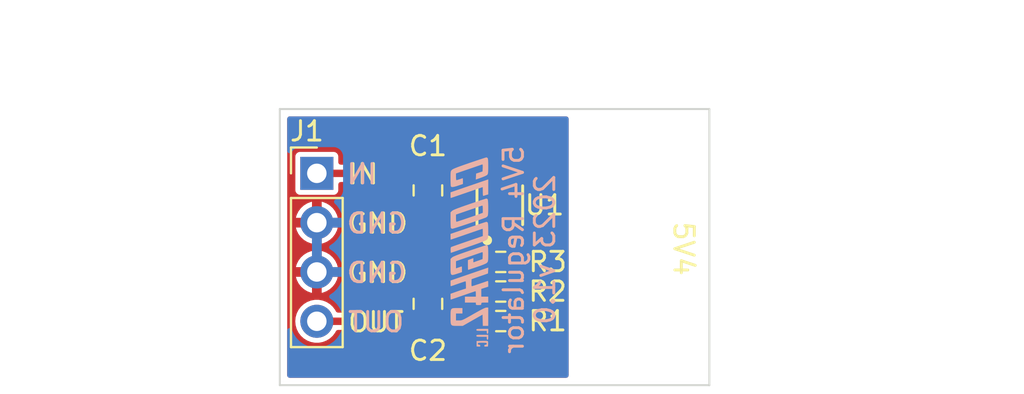
<source format=kicad_pcb>
(kicad_pcb (version 20221018) (generator pcbnew)
  (layers (0 "F.Cu" signal) (31 "B.Cu" signal) (34 "B.Paste" user) (35 "F.Paste" user) (36 "B.SilkS" user "B.Silkscreen") (37 "F.SilkS" user "F.Silkscreen") (38 "B.Mask" user) (39 "F.Mask" user) (44 "Edge.Cuts" user))
  (net 0 "")
  (net 1 "+BATT")
  (net 2 "GND")
  (net 3 "VCC")
  (net 4 "Net-(R1-Pad2)")
  (net 5 "Net-(U1-FB)")
  (footprint "Capacitor_SMD:C_0805_2012Metric" (layer "F.Cu") (at 137.795 95.504 -90)
    (fp_text reference "C1" (at -2.286 0 -180) (layer "F.SilkS"))
    (fp_text value "1u")
    (fp_line (start -0.261252 -0.735) (end 0.261252 -0.735) (stroke (width 0.12)) (layer "F.SilkS"))
    (fp_line (start -0.261252 0.735) (end 0.261252 0.735) (stroke (width 0.12)) (layer "F.SilkS"))
    (pad "1" smd roundrect (at -0.95 0 270) (size 1 1.45) (layers "F.Cu" "F.Paste" "F.Mask") (net 1 "+BATT"))
    (pad "2" smd roundrect (at 0.95 0 270) (size 1 1.45) (layers "F.Cu" "F.Paste" "F.Mask") (net 2 "GND"))
  )
  (footprint "Resistor_SMD:R_0603_1608Metric" (layer "F.Cu") (at 141.542 100.711 180)
    (fp_text reference "R2" (at -2.413 0) (layer "F.SilkS"))
    (fp_text value "3M")
    (fp_line (start -0.237258 -0.5225) (end 0.237258 -0.5225) (stroke (width 0.12)) (layer "F.SilkS"))
    (fp_line (start -0.237258 0.5225) (end 0.237258 0.5225) (stroke (width 0.12)) (layer "F.SilkS"))
    (pad "1" smd roundrect (at -0.825 0 180) (size 0.8 0.95) (layers "F.Cu" "F.Paste" "F.Mask") (net 4 "Net-(R1-Pad2)"))
    (pad "2" smd roundrect (at 0.825 0 180) (size 0.8 0.95) (layers "F.Cu" "F.Paste" "F.Mask") (net 5 "Net-(U1-FB)"))
  )
  (footprint "Capacitor_SMD:C_0805_2012Metric" (layer "F.Cu") (at 137.795 101.346 90)
    (fp_text reference "C2" (at -2.413 0 180) (layer "F.SilkS"))
    (fp_text value "2.2u")
    (fp_line (start -0.261252 -0.735) (end 0.261252 -0.735) (stroke (width 0.12)) (layer "F.SilkS"))
    (fp_line (start -0.261252 0.735) (end 0.261252 0.735) (stroke (width 0.12)) (layer "F.SilkS"))
    (pad "1" smd roundrect (at -0.95 0 90) (size 1 1.45) (layers "F.Cu" "F.Paste" "F.Mask") (net 3 "VCC"))
    (pad "2" smd roundrect (at 0.95 0 90) (size 1 1.45) (layers "F.Cu" "F.Paste" "F.Mask") (net 2 "GND"))
  )
  (footprint "Resistor_SMD:R_0603_1608Metric" (layer "F.Cu") (at 141.542 99.187)
    (fp_text reference "R3" (at 2.414 0) (layer "F.SilkS"))
    (fp_text value "1M")
    (fp_line (start -0.237258 -0.5225) (end 0.237258 -0.5225) (stroke (width 0.12)) (layer "F.SilkS"))
    (fp_line (start -0.237258 0.5225) (end 0.237258 0.5225) (stroke (width 0.12)) (layer "F.SilkS"))
    (pad "1" smd roundrect (at -0.825 0) (size 0.8 0.95) (layers "F.Cu" "F.Paste" "F.Mask") (net 5 "Net-(U1-FB)"))
    (pad "2" smd roundrect (at 0.825 0) (size 0.8 0.95) (layers "F.Cu" "F.Paste" "F.Mask") (net 2 "GND"))
  )
  (footprint "TPS7A2501:DRV0006A-IPC_C" (layer "F.Cu") (at 141.494001 96.266 90)
    (fp_text reference "U1" (at 0 2.301001 unlocked) (layer "F.SilkS"))
    (fp_text value "TPS7A2501DRVR")
    (fp_line (start -1.000001 -1.174999) (end 1.000001 -1.174999) (stroke (width 0.15)) (layer "F.SilkS"))
    (fp_line (start -1.000001 1.174999) (end 1.000001 1.174999) (stroke (width 0.15)) (layer "F.SilkS"))
    (fp_circle (center -1.806067 -0.650001) (end -1.681066 -0.650001) (stroke (width 0.25)) (fill none) (layer "F.SilkS"))
    (pad "1" smd rect (at -0.978032 -0.650001 90) (size 0.556067 0.292473) (layers "F.Cu" "F.Paste" "F.Mask") (net 3 "VCC"))
    (pad "2" smd rect (at -0.978032 0 90) (size 0.556067 0.292473) (layers "F.Cu" "F.Paste" "F.Mask") (net 5 "Net-(U1-FB)"))
    (pad "3" smd rect (at -0.978032 0.650001 90) (size 0.556067 0.292473) (layers "F.Cu" "F.Paste" "F.Mask") (net 2 "GND"))
    (pad "4" smd rect (at 0.978032 0.650001 90) (size 0.556067 0.292473) (layers "F.Cu" "F.Paste" "F.Mask") (net 1 "+BATT"))
    (pad "5" smd rect (at 0.978032 0 90) (size 0.556067 0.292473) (layers "F.Cu" "F.Paste" "F.Mask") (net 2 "GND"))
    (pad "6" smd rect (at 0.978032 -0.650001 90) (size 0.556067 0.292473) (layers "F.Cu" "F.Paste" "F.Mask") (net 1 "+BATT"))
    (pad "7" smd rect (at 0 0 90) (size 1.1 1.699999) (layers "F.Cu" "F.Mask") (net 2 "GND"))
  )
  (footprint "MountingHole:MountingHole_3.5mm" (layer "F.Cu") (at 148.844 94.615)
    (fp_text reference "H1" hide)
    (fp_text value "MountingHole" hide)
    (pad "" np_thru_hole circle (at 0 0) (size 3.5 3.5) (drill 3.5) (layers "*.Cu" "*.Mask"))
  )
  (footprint "Connector_PinHeader_2.54mm:PinHeader_1x04_P2.54mm_Vertical" (layer "F.Cu") (at 132.08 94.625)
    (fp_text reference "J1" (at -0.508 -2.169) (layer "F.SilkS"))
    (fp_text value "Conn_01x04")
    (fp_line (start -1.33 -1.33) (end 0 -1.33) (stroke (width 0.12)) (layer "F.SilkS"))
    (fp_line (start -1.33 0) (end -1.33 -1.33) (stroke (width 0.12)) (layer "F.SilkS"))
    (fp_line (start -1.33 1.27) (end -1.33 8.95) (stroke (width 0.12)) (layer "F.SilkS"))
    (fp_line (start -1.33 1.27) (end 1.33 1.27) (stroke (width 0.12)) (layer "F.SilkS"))
    (fp_line (start -1.33 8.95) (end 1.33 8.95) (stroke (width 0.12)) (layer "F.SilkS"))
    (fp_line (start 1.33 1.27) (end 1.33 8.95) (stroke (width 0.12)) (layer "F.SilkS"))
    (pad "1" thru_hole rect (at 0 0) (size 1.7 1.7) (drill 1) (layers "*.Cu" "*.Mask") (net 1 "+BATT"))
    (pad "2" thru_hole oval (at 0 2.54) (size 1.7 1.7) (drill 1) (layers "*.Cu" "*.Mask") (net 2 "GND"))
    (pad "3" thru_hole oval (at 0 5.08) (size 1.7 1.7) (drill 1) (layers "*.Cu" "*.Mask") (net 2 "GND"))
    (pad "4" thru_hole oval (at 0 7.62) (size 1.7 1.7) (drill 1) (layers "*.Cu" "*.Mask") (net 3 "VCC"))
  )
  (footprint "MountingHole:MountingHole_3.5mm" (layer "F.Cu") (at 148.844 102.235)
    (fp_text reference "H2" hide)
    (fp_text value "MountingHole" hide)
    (pad "" np_thru_hole circle (at 0 0) (size 3.5 3.5) (drill 3.5) (layers "*.Cu" "*.Mask"))
  )
  (footprint "Resistor_SMD:R_0603_1608Metric" (layer "F.Cu") (at 141.542 102.235)
    (fp_text reference "R1" (at 2.413 0) (layer "F.SilkS"))
    (fp_text value "360K")
    (fp_line (start -0.237258 -0.5225) (end 0.237258 -0.5225) (stroke (width 0.12)) (layer "F.SilkS"))
    (fp_line (start -0.237258 0.5225) (end 0.237258 0.5225) (stroke (width 0.12)) (layer "F.SilkS"))
    (pad "1" smd roundrect (at -0.825 0) (size 0.8 0.95) (layers "F.Cu" "F.Paste" "F.Mask") (net 3 "VCC"))
    (pad "2" smd roundrect (at 0.825 0) (size 0.8 0.95) (layers "F.Cu" "F.Paste" "F.Mask") (net 4 "Net-(R1-Pad2)"))
  )
  (footprint "Clough42Logo:Clough42Logo" (layer "B.Cu") (at 139.954 98.679 -90)
    (fp_text reference "G***" hide)
    (fp_text value "LOGO" hide)
    (fp_poly (pts (xy 4.030615 -0.33522) (xy 4.045387 -0.35132) (xy 4.053874 -0.389186) (xy 4.057794 -0.457844) (xy 4.058869 -0.566321) (xy 4.058894 -0.599899) (xy 4.058894 -0.867939) (xy 4.135477 -0.867939) (xy 4.196277 -0.879356) (xy 4.21206 -0.906231) (xy 4.198396 -0.930311) (xy 4.151087 -0.942072) (xy 4.084422 -0.944522) (xy 3.956783 -0.944522) (xy 3.956783 -0.638191) (xy 3.957284 -0.50888) (xy 3.959727 -0.42216) (xy 3.965522 -0.369572) (xy 3.976079 -0.342655) (xy 3.992808 -0.332948) (xy 4.007839 -0.331859)) (fill solid) (layer "B.SilkS"))
    (fp_poly (pts (xy 4.336947 -0.33522) (xy 4.351719 -0.35132) (xy 4.360205 -0.389186) (xy 4.364126 -0.457844) (xy 4.3652 -0.566321) (xy 4.365226 -0.599899) (xy 4.365226 -0.867939) (xy 4.441809 -0.867939) (xy 4.502608 -0.879356) (xy 4.518391 -0.906231) (xy 4.504727 -0.930311) (xy 4.457418 -0.942072) (xy 4.390753 -0.944522) (xy 4.263115 -0.944522) (xy 4.263115 -0.638191) (xy 4.263616 -0.50888) (xy 4.266059 -0.42216) (xy 4.271854 -0.369572) (xy 4.282411 -0.342655) (xy 4.29914 -0.332948) (xy 4.31417 -0.331859)) (fill solid) (layer "B.SilkS"))
    (fp_poly (pts (xy -2.850648 0.994044) (xy -2.797251 0.990071) (xy -2.782513 0.985831) (xy -2.79054 0.960262) (xy -2.813338 0.892096) (xy -2.848978 0.786984) (xy -2.895533 0.650577) (xy -2.951076 0.488526) (xy -3.01368 0.306481) (xy -3.0633 0.162564) (xy -3.129854 -0.030442) (xy -3.190777 -0.207466) (xy -3.244143 -0.362885) (xy -3.288027 -0.49108) (xy -3.320505 -0.586429) (xy -3.339651 -0.643312) (xy -3.344104 -0.657336) (xy -3.320472 -0.660132) (xy -3.25711 -0.662305) (xy -3.16534 -0.663545) (xy -3.111641 -0.663718) (xy -2.999885 -0.665103) (xy -2.931248 -0.670112) (xy -2.897847 -0.680029) (xy -2.8918 -0.696138) (xy -2.892835 -0.699353) (xy -2.908495 -0.745318) (xy -2.930821 -0.816366) (xy -2.937899 -0.839755) (xy -2.969288 -0.944522) (xy -3.356655 -0.944522) (xy -3.744022 -0.944522) (xy -3.410378 0.025528) (xy -3.076735 0.995578) (xy -2.929624 0.995578)) (fill solid) (layer "B.SilkS"))
    (fp_poly (pts (xy 4.870937 -0.440352) (xy 4.872178 -0.503649) (xy 4.857288 -0.530848) (xy 4.826264 -0.53608) (xy 4.785239 -0.521868) (xy 4.773668 -0.472261) (xy 4.761702 -0.422217) (xy 4.722613 -0.408442) (xy 4.698356 -0.412281) (xy 4.683283 -0.430276) (xy 4.675235 -0.472144) (xy 4.672052 -0.547603) (xy 4.671557 -0.638191) (xy 4.67241 -0.747347) (xy 4.676409 -0.815175) (xy 4.685713 -0.851392) (xy 4.702482 -0.865715) (xy 4.722613 -0.867939) (xy 4.762648 -0.852982) (xy 4.773668 -0.80412) (xy 4.78538 -0.754341) (xy 4.826264 -0.740301) (xy 4.86044 -0.747578) (xy 4.872801 -0.778777) (xy 4.870937 -0.83603) (xy 4.863015 -0.931759) (xy 4.728709 -0.939484) (xy 4.639246 -0.939571) (xy 4.591807 -0.925909) (xy 4.580981 -0.912231) (xy 4.576053 -0.873204) (xy 4.573412 -0.795663) (xy 4.573311 -0.692107) (xy 4.574884 -0.610937) (xy 4.582211 -0.344623) (xy 4.722613 -0.344623) (xy 4.863015 -0.344623)) (fill solid) (layer "B.SilkS"))
    (fp_poly (pts (xy 3.510931 0.995218) (xy 3.629234 0.990452) (xy 3.710436 0.975749) (xy 3.761507 0.945579) (xy 3.789418 0.894412) (xy 3.801141 0.816717) (xy 3.803645 0.706963) (xy 3.803618 0.634549) (xy 3.803618 0.366886) (xy 3.513836 -0.142034) (xy 3.224054 -0.650955) (xy 3.513836 -0.658147) (xy 3.803618 -0.665339) (xy 3.803618 -0.804931) (xy 3.803618 -0.944522) (xy 3.331356 -0.944522) (xy 2.859095 -0.944522) (xy 2.859095 -0.855111) (xy 2.865734 -0.814183) (xy 2.887182 -0.753907) (xy 2.925734 -0.669642) (xy 2.983689 -0.556749) (xy 3.063341 -0.410586) (xy 3.166987 -0.226513) (xy 3.190954 -0.184466) (xy 3.291154 -0.008666) (xy 3.368837 0.129226) (xy 3.426868 0.2356) (xy 3.468113 0.316846) (xy 3.495436 0.379355) (xy 3.511702 0.429517) (xy 3.519777 0.473723) (xy 3.522525 0.518363) (xy 3.522814 0.555771) (xy 3.522814 0.714774) (xy 3.34412 0.714774) (xy 3.165427 0.714774) (xy 3.165427 0.548844) (xy 3.165427 0.382915) (xy 3.025025 0.382915) (xy 2.884623 0.382915) (xy 2.884623 0.646999) (xy 2.885124 0.770347) (xy 2.891232 0.86053) (xy 2.909852 0.922737) (xy 2.94789 0.962156) (xy 3.012252 0.983976) (xy 3.109844 0.993386) (xy 3.24757 0.995574) (xy 3.348556 0.995578)) (fill solid) (layer "B.SilkS"))
    (fp_poly (pts (xy -0.707154 0.994186) (xy -0.65334 0.990578) (xy -0.638191 0.986665) (xy -0.646222 0.961301) (xy -0.669029 0.893336) (xy -0.704684 0.788415) (xy -0.751258 0.652182) (xy -0.806822 0.490284) (xy -0.869448 0.308363) (xy -0.918995 0.164774) (xy -0.985583 -0.02823) (xy -1.046531 -0.205316) (xy -1.099913 -0.360851) (xy -1.1438 -0.4892) (xy -1.176266 -0.584728) (xy -1.195382 -0.641801) (xy -1.199799 -0.655962) (xy -1.176372 -0.6597) (xy -1.114482 -0.66245) (xy -1.026722 -0.663694) (xy -1.011753 -0.663718) (xy -0.823707 -0.663718) (xy -0.549309 0.137283) (xy -0.482977 0.330206) (xy -0.421307 0.508223) (xy -0.366381 0.665427) (xy -0.32028 0.795914) (xy -0.285086 0.893781) (xy -0.262879 0.953122) (xy -0.256343 0.968325) (xy -0.218252 0.98619) (xy -0.13862 0.991939) (xy -0.097084 0.99059) (xy 0.04361 0.982814) (xy -0.268473 0.078096) (xy -0.352832 -0.165168) (xy -0.423022 -0.364345) (xy -0.48079 -0.523858) (xy -0.527883 -0.648131) (xy -0.566048 -0.741588) (xy -0.597033 -0.808653) (xy -0.622585 -0.853748) (xy -0.64445 -0.881298) (xy -0.649088 -0.885573) (xy -0.678067 -0.908176) (xy -0.709797 -0.924124) (xy -0.753248 -0.934574) (xy -0.81739 -0.940679) (xy -0.911194 -0.943596) (xy -1.043629 -0.944479) (xy -1.106771 -0.944522) (xy -1.281182 -0.942747) (xy -1.407365 -0.937288) (xy -1.488027 -0.927948) (xy -1.525875 -0.91453) (xy -1.526553 -0.913889) (xy -1.553797 -0.868237) (xy -1.557186 -0.849426) (xy -1.549134 -0.818354) (xy -1.526199 -0.744578) (xy -1.490215 -0.633632) (xy -1.443016 -0.491054) (xy -1.386437 -0.322378) (xy -1.32231 -0.13314) (xy -1.25247 0.071122) (xy -1.245989 0.089991) (xy -0.934791 0.995578) (xy -0.786491 0.995578)) (fill solid) (layer "B.SilkS"))
    (fp_poly (pts (xy -3.659866 0.994548) (xy -3.541073 0.991716) (xy -3.448854 0.987474) (xy -3.393541 0.98221) (xy -3.3845 0.980083) (xy -3.355208 0.953046) (xy -3.346578 0.898771) (xy -3.359145 0.812104) (xy -3.393445 0.687887) (xy -3.424565 0.593518) (xy -3.505618 0.357387) (xy -3.654618 0.357387) (xy -3.734167 0.35875) (xy -3.788227 0.362285) (xy -3.803619 0.366155) (xy -3.795976 0.392969) (xy -3.77609 0.453942) (xy -3.752563 0.523317) (xy -3.725572 0.605044) (xy -3.707067 0.667344) (xy -3.701508 0.693243) (xy -3.724843 0.703993) (xy -3.786112 0.711711) (xy -3.872217 0.714771) (xy -3.875047 0.714774) (xy -4.048586 0.714774) (xy -4.274415 0.057437) (xy -4.334436 -0.117177) (xy -4.389357 -0.27678) (xy -4.436896 -0.414753) (xy -4.474772 -0.524478) (xy -4.500701 -0.599338) (xy -4.512401 -0.632714) (xy -4.512504 -0.632991) (xy -4.507492 -0.650205) (xy -4.471148 -0.658939) (xy -4.395769 -0.660326) (xy -4.33859 -0.658519) (xy -4.152418 -0.650955) (xy -4.097202 -0.485025) (xy -4.041987 -0.319095) (xy -3.887568 -0.311575) (xy -3.733148 -0.304054) (xy -3.83098 -0.579615) (xy -3.879561 -0.706432) (xy -3.925976 -0.809342) (xy -3.96559 -0.87864) (xy -3.983918 -0.899849) (xy -4.012225 -0.91741) (xy -4.052386 -0.929773) (xy -4.112917 -0.937797) (xy -4.202339 -0.942342) (xy -4.329171 -0.944267) (xy -4.426768 -0.944522) (xy -4.600931 -0.942735) (xy -4.726844 -0.937242) (xy -4.807193 -0.927847) (xy -4.844663 -0.914353) (xy -4.845146 -0.913889) (xy -4.872416 -0.867609) (xy -4.875779 -0.848427) (xy -4.867747 -0.816822) (xy -4.844923 -0.742771) (xy -4.809218 -0.632076) (xy -4.762541 -0.490539) (xy -4.706802 -0.32396) (xy -4.643911 -0.138141) (xy -4.589623 0.020789) (xy -4.50642 0.261517) (xy -4.437035 0.457794) (xy -4.379817 0.613821) (xy -4.333113 0.733801) (xy -4.295273 0.821939) (xy -4.264646 0.882436) (xy -4.239579 0.919496) (xy -4.234199 0.925377) (xy -4.205921 0.952717) (xy -4.177985 0.971838) (xy -4.141197 0.984211) (xy -4.086365 0.991304) (xy -4.004297 0.994586) (xy -3.885799 0.995527) (xy -3.794906 0.995578)) (fill solid) (layer "B.SilkS"))
    (fp_poly (pts (xy 0.91771 0.995271) (xy 1.039426 0.991091) (xy 1.120603 0.97815) (xy 1.166495 0.951557) (xy 1.182357 0.906424) (xy 1.173441 0.837863) (xy 1.145 0.740983) (xy 1.11659 0.654615) (xy 1.035502 0.408442) (xy 0.887902 0.408442) (xy 0.808776 0.409818) (xy 0.755207 0.413382) (xy 0.740301 0.41721) (xy 0.747936 0.444056) (xy 0.767754 0.504838) (xy 0.789981 0.570376) (xy 0.839662 0.714774) (xy 0.654734 0.714774) (xy 0.469806 0.714774) (xy 0.243977 0.057437) (xy 0.183956 -0.117177) (xy 0.129035 -0.27678) (xy 0.081496 -0.414753) (xy 0.04362 -0.524478) (xy 0.017691 -0.599338) (xy 0.005991 -0.632714) (xy 0.005888 -0.632991) (xy 0.010908 -0.650256) (xy 0.047348 -0.658978) (xy 0.122923 -0.660298) (xy 0.178307 -0.658519) (xy 0.362984 -0.650955) (xy 0.447207 -0.414824) (xy 0.531429 -0.178693) (xy 0.421822 -0.178693) (xy 0.312216 -0.178693) (xy 0.363936 -0.038291) (xy 0.415656 0.102111) (xy 0.667325 0.102111) (xy 0.773661 0.101154) (xy 0.857768 0.098577) (xy 0.908761 0.094818) (xy 0.918994 0.091957) (xy 0.911185 0.065744) (xy 0.889453 -0.001124) (xy 0.856344 -0.100975) (xy 0.814401 -0.226137) (xy 0.766169 -0.368938) (xy 0.76448 -0.373922) (xy 0.700243 -0.558213) (xy 0.647408 -0.697764) (xy 0.604043 -0.797118) (xy 0.568212 -0.860817) (xy 0.546071 -0.887085) (xy 0.518683 -0.909121) (xy 0.487678 -0.924669) (xy 0.444182 -0.934854) (xy 0.379319 -0.940802) (xy 0.284213 -0.943638) (xy 0.149991 -0.944487) (xy 0.093028 -0.944522) (xy -0.081383 -0.942747) (xy -0.207566 -0.937288) (xy -0.288228 -0.927948) (xy -0.326076 -0.91453) (xy -0.326754 -0.913889) (xy -0.354024 -0.867609) (xy -0.357387 -0.848427) (xy -0.349355 -0.816822) (xy -0.326531 -0.742771) (xy -0.290826 -0.632076) (xy -0.244149 -0.490539) (xy -0.18841 -0.32396) (xy -0.125519 -0.138141) (xy -0.071231 0.020789) (xy 0.011972 0.261517) (xy 0.081357 0.457794) (xy 0.138575 0.613821) (xy 0.185279 0.733801) (xy 0.223119 0.821939) (xy 0.253746 0.882436) (xy 0.278813 0.919496) (xy 0.284193 0.925377) (xy 0.353459 0.995578) (xy 0.750203 0.995578)) (fill solid) (layer "B.SilkS"))
    (fp_poly (pts (xy -1.526034 0.994582) (xy -1.404931 0.991839) (xy -1.310151 0.987721) (xy -1.251802 0.982597) (xy -1.240179 0.980083) (xy -1.209487 0.945382) (xy -1.199799 0.89923) (xy -1.207864 0.862693) (xy -1.2305 0.784903) (xy -1.265377 0.672783) (xy -1.310159 0.533255) (xy -1.362515 0.373243) (xy -1.42011 0.199668) (xy -1.480612 0.019453) (xy -1.541687 -0.16048) (xy -1.601002 -0.333207) (xy -1.656224 -0.491807) (xy -1.705019 -0.629357) (xy -1.745055 -0.738935) (xy -1.773998 -0.813617) (xy -1.786628 -0.841837) (xy -1.83108 -0.895649) (xy -1.862425 -0.91841) (xy -1.908279 -0.929403) (xy -1.991939 -0.937449) (xy -2.102539 -0.942605) (xy -2.229214 -0.944929) (xy -2.361098 -0.944476) (xy -2.487326 -0.941304) (xy -2.597031 -0.935469) (xy -2.679349 -0.927029) (xy -2.723413 -0.91604) (xy -2.726352 -0.913889) (xy -2.753622 -0.867609) (xy -2.756985 -0.848427) (xy -2.748953 -0.816822) (xy -2.726129 -0.742771) (xy -2.690424 -0.632076) (xy -2.690336 -0.631809) (xy -2.393256 -0.631809) (xy -2.385544 -0.648989) (xy -2.342466 -0.659134) (xy -2.257503 -0.6634) (xy -2.212984 -0.663718) (xy -2.020907 -0.663718) (xy -1.980803 -0.555226) (xy -1.952227 -0.476003) (xy -1.913711 -0.366478) (xy -1.867905 -0.234468) (xy -1.817462 -0.087788) (xy -1.765032 0.065745) (xy -1.713266 0.218317) (xy -1.664817 0.362112) (xy -1.622335 0.489312) (xy -1.588472 0.592104) (xy -1.565879 0.66267) (xy -1.557207 0.693196) (xy -1.557186 0.693529) (xy -1.580598 0.703808) (xy -1.642404 0.711352) (xy -1.729959 0.714718) (xy -1.743489 0.714774) (xy -1.929792 0.714774) (xy -2.155621 0.057437) (xy -2.215614 -0.117101) (xy -2.270481 -0.276558) (xy -2.317944 -0.414332) (xy -2.355728 -0.52382) (xy -2.381556 -0.59842) (xy -2.393153 -0.631528) (xy -2.393256 -0.631809) (xy -2.690336 -0.631809) (xy -2.643747 -0.490539) (xy -2.588008 -0.32396) (xy -2.525117 -0.138141) (xy -2.470829 0.020789) (xy -2.387626 0.261517) (xy -2.318241 0.457794) (xy -2.261023 0.613821) (xy -2.214319 0.733801) (xy -2.176479 0.821939) (xy -2.145852 0.882436) (xy -2.120785 0.919496) (xy -2.115405 0.925377) (xy -2.046139 0.995578) (xy -1.663348 0.995578)) (fill solid) (layer "B.SilkS"))
    (fp_poly (pts (xy 1.69327 0.993783) (xy 1.746667 0.989135) (xy 1.761407 0.984173) (xy 1.753418 0.957358) (xy 1.731402 0.891011) (xy 1.698282 0.793759) (xy 1.656984 0.67423) (xy 1.633774 0.607641) (xy 1.589348 0.479348) (xy 1.551648 0.368184) (xy 1.523617 0.28301) (xy 1.508196 0.232686) (xy 1.506135 0.223367) (xy 1.529552 0.214128) (xy 1.591403 0.207336) (xy 1.679081 0.204278) (xy 1.693547 0.204221) (xy 1.880963 0.204221) (xy 1.913426 0.312714) (xy 1.935172 0.380853) (xy 1.969241 0.482417) (xy 2.010672 0.602791) (xy 2.047761 0.708392) (xy 2.149634 0.995578) (xy 2.300143 0.995578) (xy 2.380145 0.993886) (xy 2.43473 0.989496) (xy 2.450653 0.984593) (xy 2.442607 0.958502) (xy 2.419948 0.890702) (xy 2.384895 0.787685) (xy 2.339667 0.655942) (xy 2.286484 0.501965) (xy 2.233668 0.349791) (xy 2.175177 0.181033) (xy 2.122657 0.028352) (xy 2.078332 -0.101692) (xy 2.044428 -0.202536) (xy 2.023168 -0.267621) (xy 2.016683 -0.290179) (xy 2.039775 -0.299026) (xy 2.099339 -0.304893) (xy 2.157085 -0.306331) (xy 2.297487 -0.306331) (xy 2.297487 -0.025527) (xy 2.297487 0.255277) (xy 2.450653 0.255277) (xy 2.603819 0.255277) (xy 2.603819 -0.025527) (xy 2.603819 -0.306331) (xy 2.667638 -0.306331) (xy 2.704188 -0.309976) (xy 2.72322 -0.329239) (xy 2.730411 -0.376614) (xy 2.731457 -0.446733) (xy 2.7298 -0.527145) (xy 2.721044 -0.569014) (xy 2.69951 -0.584835) (xy 2.667638 -0.587135) (xy 2.634296 -0.589763) (xy 2.615213 -0.605063) (xy 2.606418 -0.64416) (xy 2.603935 -0.71818) (xy 2.603819 -0.765829) (xy 2.603819 -0.944522) (xy 2.450653 -0.944522) (xy 2.297487 -0.944522) (xy 2.297487 -0.765829) (xy 2.297487 -0.587135) (xy 2.098291 -0.587135) (xy 1.899094 -0.587135) (xy 1.841542 -0.765829) (xy 1.78399 -0.944522) (xy 1.629565 -0.944522) (xy 1.544692 -0.942899) (xy 1.500797 -0.935847) (xy 1.48785 -0.920091) (xy 1.492706 -0.899849) (xy 1.514238 -0.841644) (xy 1.545645 -0.752427) (xy 1.583585 -0.642169) (xy 1.624719 -0.520846) (xy 1.665707 -0.398429) (xy 1.703207 -0.284892) (xy 1.73388 -0.190208) (xy 1.754386 -0.12435) (xy 1.761407 -0.097582) (xy 1.738059 -0.087221) (xy 1.67649 -0.081473) (xy 1.589416 -0.081432) (xy 1.578245 -0.081846) (xy 1.395084 -0.089347) (xy 1.249343 -0.510553) (xy 1.103602 -0.931759) (xy 0.951366 -0.939258) (xy 0.799129 -0.946757) (xy 1.133157 0.024411) (xy 1.467185 0.995578) (xy 1.614296 0.995578)) (fill solid) (layer "B.SilkS"))
  )
  (gr_line (start 152.273 91.313) (end 152.273 105.537) (stroke (width 0.1)) (layer "Edge.Cuts"))
  (gr_line (start 152.273 105.537) (end 130.175 105.537) (stroke (width 0.1)) (layer "Edge.Cuts"))
  (gr_line (start 130.175 91.313) (end 152.273 91.313) (stroke (width 0.1)) (layer "Edge.Cuts"))
  (gr_line (start 130.175 105.537) (end 130.175 91.313) (stroke (width 0.1)) (layer "Edge.Cuts"))
  (gr_text "IN" (at 135.255 95.25) (layer "B.SilkS") (effects (font (size 1 1)) (justify left bottom mirror)))
  (gr_text "OUT" (at 136.652 102.87) (layer "B.SilkS") (effects (font (size 1 1)) (justify left bottom mirror)))
  (gr_text "GND" (at 136.779 100.33) (layer "B.SilkS") (effects (font (size 1 1)) (justify left bottom mirror)))
  (gr_text "5V4 Regulator\n2023 v1.0" (at 144.399 98.552 90) (layer "B.SilkS") (effects (font (size 1 1)) (justify bottom mirror)))
  (gr_text "GND" (at 136.779 97.79) (layer "B.SilkS") (effects (font (size 1 1)) (justify left bottom mirror)))
  (gr_text "GND" (at 133.604 97.79) (layer "F.SilkS") (effects (font (size 1 1)) (justify left bottom)))
  (gr_text "5V4" (at 150.368 97.028 -90) (layer "F.SilkS") (effects (font (size 1 1)) (justify left bottom)))
  (gr_text "GND" (at 133.604 100.33) (layer "F.SilkS") (effects (font (size 1 1)) (justify left bottom)))
  (gr_text "IN" (at 133.604 95.25) (layer "F.SilkS") (effects (font (size 1 1)) (justify left bottom)))
  (gr_text "OUT" (at 133.604 102.87) (layer "F.SilkS") (effects (font (size 1 1)) (justify left bottom)))
  (segment (start 132.08 94.625) (end 140.844 94.625) (width 0.381) (layer "F.Cu") (net 1))
  (segment (start 140.844 95.287968) (end 140.844 94.628935) (width 0.254) (layer "F.Cu") (net 1))
  (segment (start 142.144002 94.628935) (end 142.144002 95.287968) (width 0.254) (layer "F.Cu") (net 1))
  (segment (start 140.8535 94.619435) (end 142.134502 94.619435) (width 0.254) (layer "F.Cu") (net 1))
  (segment (start 140.844 94.628935) (end 140.8535 94.619435) (width 0.254) (layer "F.Cu") (net 1))
  (segment (start 140.844 94.625) (end 140.844 95.287968) (width 0.381) (layer "F.Cu") (net 1))
  (segment (start 142.134502 94.619435) (end 142.144002 94.628935) (width 0.254) (layer "F.Cu") (net 1))
  (segment (start 141.494001 95.287968) (end 141.494001 96.266) (width 0.25) (layer "F.Cu") (net 2))
  (segment (start 140.716 102.235) (end 139.5735 101.0925) (width 0.25) (layer "F.Cu") (net 3))
  (segment (start 139.827 100.839) (end 139.827 98.679) (width 0.381) (layer "F.Cu") (net 3))
  (segment (start 137.795 102.296) (end 138.37 102.296) (width 0.381) (layer "F.Cu") (net 3))
  (segment (start 137.744 102.245) (end 132.08 102.245) (width 0.381) (layer "F.Cu") (net 3))
  (segment (start 140.717 102.235) (end 140.716 102.235) (width 0.25) (layer "F.Cu") (net 3))
  (segment (start 137.795 102.296) (end 137.744 102.245) (width 0.381) (layer "F.Cu") (net 3))
  (segment (start 139.827 98.679) (end 140.844 97.662) (width 0.381) (layer "F.Cu") (net 3))
  (segment (start 138.37 102.296) (end 139.827 100.839) (width 0.381) (layer "F.Cu") (net 3))
  (segment (start 140.844 97.662) (end 140.844 97.244032) (width 0.381) (layer "F.Cu") (net 3))
  (segment (start 142.367 102.235) (end 142.367 100.711) (width 0.25) (layer "F.Cu") (net 4))
  (segment (start 140.717 100.711) (end 140.717 99.187) (width 0.25) (layer "F.Cu") (net 5))
  (segment (start 140.717 99.187) (end 141.494001 98.409999) (width 0.25) (layer "F.Cu") (net 5))
  (segment (start 141.494001 98.409999) (end 141.494001 97.244032) (width 0.25) (layer "F.Cu") (net 5))
  (zone (net 2) (net_name "GND") (layer "F.Cu") (connect_pads (clearance 0.254)) (min_thickness 0.25) (fill yes (thermal_gap 0.254) (thermal_bridge_width 0.5))
    (polygon (pts (xy 145.034 91.694) (xy 145.034 105.156) (xy 130.556 105.156) (xy 130.556 91.694)))
  )
  (zone (net 2) (net_name "GND") (layer "B.Cu") (priority 1) (connect_pads (clearance 0.5)) (min_thickness 0.25) (fill yes (thermal_gap 0.5) (thermal_bridge_width 0.5))
    (polygon (pts (xy 130.556 91.694) (xy 145.034 91.694) (xy 145.034 105.156) (xy 130.556 105.156)))
  )
)
</source>
